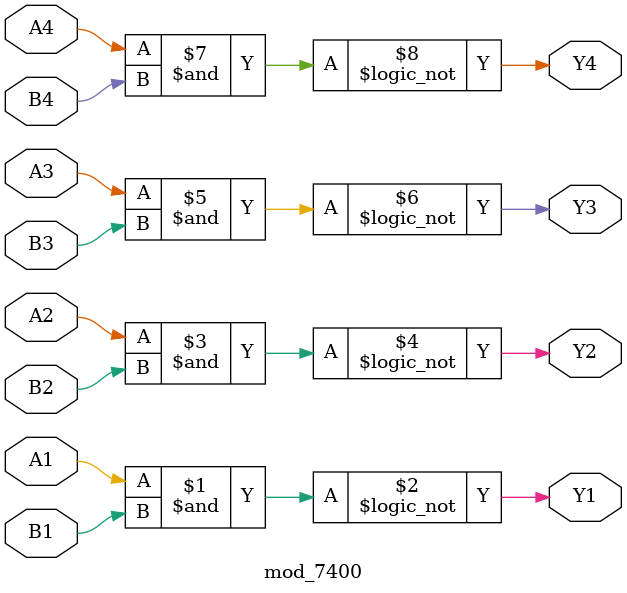
<source format=v>
module mod_7400 (
	input A1, input B1, output Y1, 
	input A2, input B2, output Y2, 
	input A3, input B3, output Y3, 
	input A4, input B4, output Y4
);
	assign Y1 = !(A1 & B1);
	assign Y2 = !(A2 & B2);
	assign Y3 = !(A3 & B3);
	assign Y4 = !(A4 & B4);
endmodule

</source>
